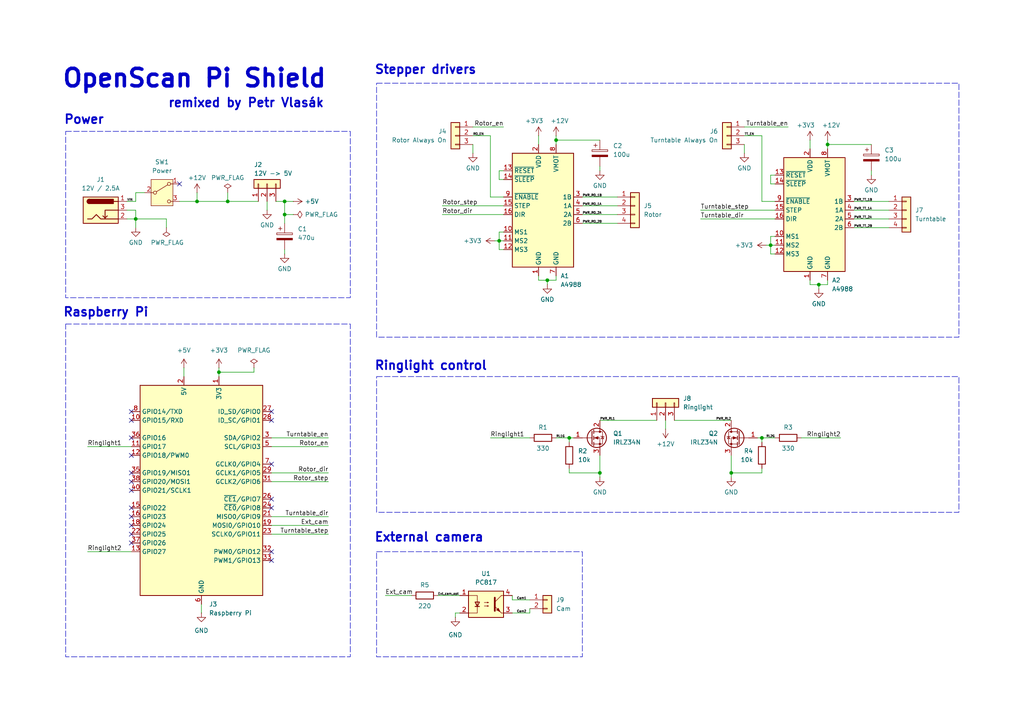
<source format=kicad_sch>
(kicad_sch (version 20231120) (generator "eeschema") (generator_version "8.0")
  (paper "A4")
  (title_block (title "OpenScan Pi Shield - remixed") (date "2024-11-23") (rev "1") (company "Petr Vlasák") (comment 1 "GPL-3.0 license"))
  (lib_symbols
    (symbol "Connector:Barrel_Jack_Switch" (pin_names hide)
      (property "Reference" "J" (at 0 5.334 0))
      (property "Value" "Barrel_Jack_Switch" (at 0 -5.08 0))
      (symbol "Barrel_Jack_Switch_0_1"
        (rectangle (start -5.08 3.81) (end 5.08 -3.81) (stroke (width 0.254)) (fill (type background)))
        (arc (start -3.302 3.175) (mid -3.9343 2.54) (end -3.302 1.905) (stroke (width 0.254)))
        (arc (start -3.302 3.175) (mid -3.9343 2.54) (end -3.302 1.905) (stroke (width 0.254)) (fill (type outline)))
        (polyline (pts (xy 1.27 -2.286) (xy 1.905 -1.651)) (stroke (width 0.254)))
        (polyline (pts (xy 5.08 2.54) (xy 3.81 2.54)) (stroke (width 0.254)))
        (polyline (pts (xy 5.08 0) (xy 1.27 0) (xy 1.27 -2.286) (xy 0.635 -1.651)) (stroke (width 0.254)))
        (polyline (pts (xy -3.81 -2.54) (xy -2.54 -2.54) (xy -1.27 -1.27) (xy 0 -2.54) (xy 2.54 -2.54) (xy 5.08 -2.54)) (stroke (width 0.254)))
        (rectangle (start 3.683 3.175) (end -3.302 1.905) (stroke (width 0.254)) (fill (type outline)))
      )
      (symbol "Barrel_Jack_Switch_1_1"
        (pin passive line (at 7.62 2.54 180) (length 2.54) (name "~") (number "1"))
        (pin passive line (at 7.62 -2.54 180) (length 2.54) (name "~") (number "2"))
        (pin passive line (at 7.62 0 180) (length 2.54) (name "~") (number "3"))
      )
    )
    (symbol "Connector:Raspberry_Pi_2_3"
      (property "Reference" "J" (at -17.78 31.75 0))
      (property "Value" "Raspberry_Pi_2_3" (at 10.16 -31.75 0))
      (symbol "Raspberry_Pi_2_3_0_1"
        (rectangle (start -17.78 30.48) (end 17.78 -30.48) (stroke (width 0.254)) (fill (type background)))
      )
      (symbol "Raspberry_Pi_2_3_1_1"
        (pin power_in line (at 5.08 33.02 270) (length 2.54) (name "3V3") (number "1"))
        (pin bidirectional line (at -20.32 20.32 0) (length 2.54) (name "GPIO15/RXD") (number "10"))
        (pin bidirectional line (at -20.32 12.7 0) (length 2.54) (name "GPIO17") (number "11"))
        (pin bidirectional line (at -20.32 10.16 0) (length 2.54) (name "GPIO18/PWM0") (number "12"))
        (pin bidirectional line (at -20.32 -17.78 0) (length 2.54) (name "GPIO27") (number "13"))
        (pin passive line (at 0 -33.02 90) (length 2.54) hide (name "GND") (number "14"))
        (pin bidirectional line (at -20.32 -5.08 0) (length 2.54) (name "GPIO22") (number "15"))
        (pin bidirectional line (at -20.32 -7.62 0) (length 2.54) (name "GPIO23") (number "16"))
        (pin passive line (at 5.08 33.02 270) (length 2.54) hide (name "3V3") (number "17"))
        (pin bidirectional line (at -20.32 -10.16 0) (length 2.54) (name "GPIO24") (number "18"))
        (pin bidirectional line (at 20.32 -10.16 180) (length 2.54) (name "MOSI0/GPIO10") (number "19"))
        (pin power_in line (at -5.08 33.02 270) (length 2.54) (name "5V") (number "2"))
        (pin passive line (at 0 -33.02 90) (length 2.54) hide (name "GND") (number "20"))
        (pin bidirectional line (at 20.32 -7.62 180) (length 2.54) (name "MISO0/GPIO9") (number "21"))
        (pin bidirectional line (at -20.32 -12.7 0) (length 2.54) (name "GPIO25") (number "22"))
        (pin bidirectional line (at 20.32 -12.7 180) (length 2.54) (name "SCLK0/GPIO11") (number "23"))
        (pin bidirectional line (at 20.32 -5.08 180) (length 2.54) (name "~{CE0}/GPIO8") (number "24"))
        (pin passive line (at 0 -33.02 90) (length 2.54) hide (name "GND") (number "25"))
        (pin bidirectional line (at 20.32 -2.54 180) (length 2.54) (name "~{CE1}/GPIO7") (number "26"))
        (pin bidirectional line (at 20.32 22.86 180) (length 2.54) (name "ID_SD/GPIO0") (number "27"))
        (pin bidirectional line (at 20.32 20.32 180) (length 2.54) (name "ID_SC/GPIO1") (number "28"))
        (pin bidirectional line (at 20.32 5.08 180) (length 2.54) (name "GCLK1/GPIO5") (number "29"))
        (pin bidirectional line (at 20.32 15.24 180) (length 2.54) (name "SDA/GPIO2") (number "3"))
        (pin passive line (at 0 -33.02 90) (length 2.54) hide (name "GND") (number "30"))
        (pin bidirectional line (at 20.32 2.54 180) (length 2.54) (name "GCLK2/GPIO6") (number "31"))
        (pin bidirectional line (at 20.32 -17.78 180) (length 2.54) (name "PWM0/GPIO12") (number "32"))
        (pin bidirectional line (at 20.32 -20.32 180) (length 2.54) (name "PWM1/GPIO13") (number "33"))
        (pin passive line (at 0 -33.02 90) (length 2.54) hide (name "GND") (number "34"))
        (pin bidirectional line (at -20.32 5.08 0) (length 2.54) (name "GPIO19/MISO1") (number "35"))
        (pin bidirectional line (at -20.32 15.24 0) (length 2.54) (name "GPIO16") (number "36"))
        (pin bidirectional line (at -20.32 -15.24 0) (length 2.54) (name "GPIO26") (number "37"))
        (pin bidirectional line (at -20.32 2.54 0) (length 2.54) (name "GPIO20/MOSI1") (number "38"))
        (pin passive line (at 0 -33.02 90) (length 2.54) hide (name "GND") (number "39"))
        (pin passive line (at -5.08 33.02 270) (length 2.54) hide (name "5V") (number "4"))
        (pin bidirectional line (at -20.32 0 0) (length 2.54) (name "GPIO21/SCLK1") (number "40"))
        (pin bidirectional line (at 20.32 12.7 180) (length 2.54) (name "SCL/GPIO3") (number "5"))
        (pin power_in line (at 0 -33.02 90) (length 2.54) (name "GND") (number "6"))
        (pin bidirectional line (at 20.32 7.62 180) (length 2.54) (name "GCLK0/GPIO4") (number "7"))
        (pin bidirectional line (at -20.32 22.86 0) (length 2.54) (name "GPIO14/TXD") (number "8"))
        (pin passive line (at 0 -33.02 90) (length 2.54) hide (name "GND") (number "9"))
      )
    )
    (symbol "Connector_Generic:Conn_01x02" (pin_names (offset 1.016) hide)
      (property "Reference" "J" (at 0 2.54 0))
      (property "Value" "Conn_01x02" (at 0 -5.08 0))
      (symbol "Conn_01x02_1_1"
        (rectangle (start -1.27 -2.413) (end 0 -2.667) (stroke (width 0.1524)))
        (rectangle (start -1.27 0.127) (end 0 -0.127) (stroke (width 0.1524)))
        (rectangle (start -1.27 1.27) (end 1.27 -3.81) (stroke (width 0.254)) (fill (type background)))
        (pin passive line (at -5.08 0 0) (length 3.81) (name "Pin_1") (number "1"))
        (pin passive line (at -5.08 -2.54 0) (length 3.81) (name "Pin_2") (number "2"))
      )
    )
    (symbol "Connector_Generic:Conn_01x03" (pin_names (offset 1.016) hide)
      (property "Reference" "J" (at 0 5.08 0))
      (property "Value" "Conn_01x03" (at 0 -5.08 0))
      (symbol "Conn_01x03_1_1"
        (rectangle (start -1.27 -2.413) (end 0 -2.667) (stroke (width 0.1524)))
        (rectangle (start -1.27 0.127) (end 0 -0.127) (stroke (width 0.1524)))
        (rectangle (start -1.27 2.667) (end 0 2.413) (stroke (width 0.1524)))
        (rectangle (start -1.27 3.81) (end 1.27 -3.81) (stroke (width 0.254)) (fill (type background)))
        (pin passive line (at -5.08 2.54 0) (length 3.81) (name "Pin_1") (number "1"))
        (pin passive line (at -5.08 0 0) (length 3.81) (name "Pin_2") (number "2"))
        (pin passive line (at -5.08 -2.54 0) (length 3.81) (name "Pin_3") (number "3"))
      )
    )
    (symbol "Connector_Generic:Conn_01x04" (pin_names (offset 1.016) hide)
      (property "Reference" "J" (at 0 5.08 0))
      (property "Value" "Conn_01x04" (at 0 -7.62 0))
      (symbol "Conn_01x04_1_1"
        (rectangle (start -1.27 -4.953) (end 0 -5.207) (stroke (width 0.1524)))
        (rectangle (start -1.27 -2.413) (end 0 -2.667) (stroke (width 0.1524)))
        (rectangle (start -1.27 0.127) (end 0 -0.127) (stroke (width 0.1524)))
        (rectangle (start -1.27 2.667) (end 0 2.413) (stroke (width 0.1524)))
        (rectangle (start -1.27 3.81) (end 1.27 -6.35) (stroke (width 0.254)) (fill (type background)))
        (pin passive line (at -5.08 2.54 0) (length 3.81) (name "Pin_1") (number "1"))
        (pin passive line (at -5.08 0 0) (length 3.81) (name "Pin_2") (number "2"))
        (pin passive line (at -5.08 -2.54 0) (length 3.81) (name "Pin_3") (number "3"))
        (pin passive line (at -5.08 -5.08 0) (length 3.81) (name "Pin_4") (number "4"))
      )
    )
    (symbol "Custom:A4988"
      (property "Reference" "A" (at -2.54 19.05 0))
      (property "Value" "A4988" (at -2.54 16.51 0))
      (symbol "A4988_0_1"
        (rectangle (start 10.16 -17.78) (end -7.62 15.24) (stroke (width 0.254)) (fill (type background)))
      )
      (symbol "A4988_1_1"
        (pin power_in line (at 0 -20.32 90) (length 2.54) (name "GND") (number "1"))
        (pin input line (at -10.16 -7.62 0) (length 2.54) (name "MS1") (number "10"))
        (pin input line (at -10.16 -10.16 0) (length 2.54) (name "MS2") (number "11"))
        (pin input line (at -10.16 -12.7 0) (length 2.54) (name "MS3") (number "12"))
        (pin output line (at -10.16 10.16 0) (length 2.54) (name "~{RESET}") (number "13"))
        (pin input line (at -10.16 7.62 0) (length 2.54) (name "~{SLEEP}") (number "14"))
        (pin input line (at -10.16 0 0) (length 2.54) (name "STEP") (number "15"))
        (pin input line (at -10.16 -2.54 0) (length 2.54) (name "DIR") (number "16"))
        (pin power_in line (at 0 17.78 270) (length 2.54) (name "VDD") (number "2"))
        (pin output line (at 12.7 2.54 180) (length 2.54) (name "1B") (number "3"))
        (pin output line (at 12.7 0 180) (length 2.54) (name "1A") (number "4"))
        (pin output line (at 12.7 -2.54 180) (length 2.54) (name "2A") (number "5"))
        (pin output line (at 12.7 -5.08 180) (length 2.54) (name "2B") (number "6"))
        (pin power_in line (at 5.08 -20.32 90) (length 2.54) (name "GND") (number "7"))
        (pin power_in line (at 5.08 17.78 270) (length 2.54) (name "VMOT") (number "8"))
        (pin input line (at -10.16 2.54 0) (length 2.54) (name "~{ENABLE}") (number "9"))
      )
    )
    (symbol "Device:C_Polarized" (pin_numbers hide) (pin_names (offset 0.254))
      (property "Reference" "C" (at 0.635 2.54 0))
      (property "Value" "C_Polarized" (at 0.635 -2.54 0))
      (symbol "C_Polarized_0_1"
        (rectangle (start -2.286 0.508) (end 2.286 1.016))
        (polyline (pts (xy -1.778 2.286) (xy -0.762 2.286)))
        (polyline (pts (xy -1.27 2.794) (xy -1.27 1.778)))
        (rectangle (start 2.286 -0.508) (end -2.286 -1.016) (fill (type outline)))
      )
      (symbol "C_Polarized_1_1"
        (pin passive line (at 0 3.81 270) (length 2.794) (name "~") (number "1"))
        (pin passive line (at 0 -3.81 90) (length 2.794) (name "~") (number "2"))
      )
    )
    (symbol "Device:R" (pin_numbers hide) (pin_names (offset 0))
      (property "Reference" "R" (at 2.032 0 90))
      (property "Value" "R" (at 0 0 90))
      (symbol "R_0_1"
        (rectangle (start -1.016 -2.54) (end 1.016 2.54) (stroke (width 0.254)))
      )
      (symbol "R_1_1"
        (pin passive line (at 0 3.81 270) (length 1.27) (name "~") (number "1"))
        (pin passive line (at 0 -3.81 90) (length 1.27) (name "~") (number "2"))
      )
    )
    (symbol "Isolator:PC817" (pin_names (offset 1.016))
      (property "Reference" "U" (at -5.08 5.08 0))
      (property "Value" "PC817" (at 0 5.08 0))
      (symbol "PC817_0_1"
        (rectangle (start -5.08 3.81) (end 5.08 -3.81) (stroke (width 0.254)) (fill (type background)))
        (polyline (pts (xy -3.175 -0.635) (xy -1.905 -0.635)) (stroke (width 0.254)))
        (polyline (pts (xy 2.54 0.635) (xy 4.445 2.54)))
        (polyline (pts (xy 4.445 -2.54) (xy 2.54 -0.635)) (fill (type outline)))
        (polyline (pts (xy 4.445 -2.54) (xy 5.08 -2.54)))
        (polyline (pts (xy 4.445 2.54) (xy 5.08 2.54)))
        (polyline (pts (xy -5.08 2.54) (xy -2.54 2.54) (xy -2.54 -0.635)))
        (polyline (pts (xy -2.54 -0.635) (xy -2.54 -2.54) (xy -5.08 -2.54)))
        (polyline (pts (xy 2.54 1.905) (xy 2.54 -1.905) (xy 2.54 -1.905)) (stroke (width 0.508)))
        (polyline (pts (xy -2.54 -0.635) (xy -3.175 0.635) (xy -1.905 0.635) (xy -2.54 -0.635)) (stroke (width 0.254)))
        (polyline (pts (xy -0.508 -0.508) (xy 0.762 -0.508) (xy 0.381 -0.635) (xy 0.381 -0.381) (xy 0.762 -0.508)))
        (polyline (pts (xy -0.508 0.508) (xy 0.762 0.508) (xy 0.381 0.381) (xy 0.381 0.635) (xy 0.762 0.508)))
        (polyline (pts (xy 3.048 -1.651) (xy 3.556 -1.143) (xy 4.064 -2.159) (xy 3.048 -1.651) (xy 3.048 -1.651)) (fill (type outline)))
      )
      (symbol "PC817_1_1"
        (pin passive line (at -7.62 2.54 0) (length 2.54) (name "~") (number "1"))
        (pin passive line (at -7.62 -2.54 0) (length 2.54) (name "~") (number "2"))
        (pin passive line (at 7.62 -2.54 180) (length 2.54) (name "~") (number "3"))
        (pin passive line (at 7.62 2.54 180) (length 2.54) (name "~") (number "4"))
      )
    )
    (symbol "Switch:SW_SPDT" (pin_names (offset 0) hide)
      (property "Reference" "SW" (at 0 5.08 0))
      (property "Value" "SW_SPDT" (at 0 -5.08 0))
      (symbol "SW_SPDT_0_1"
        (circle (center -2.032 0) (radius 0.4572))
        (polyline (pts (xy -1.651 0.254) (xy 1.651 2.286)))
        (circle (center 2.032 -2.54) (radius 0.4572))
        (circle (center 2.032 2.54) (radius 0.4572))
      )
      (symbol "SW_SPDT_1_1"
        (rectangle (start -3.175 3.81) (end 3.175 -3.81) (fill (type background)))
        (pin passive line (at 5.08 2.54 180) (length 2.54) (name "A") (number "1"))
        (pin passive line (at -5.08 0 0) (length 2.54) (name "B") (number "2"))
        (pin passive line (at 5.08 -2.54 180) (length 2.54) (name "C") (number "3"))
      )
    )
    (symbol "Transistor_FET:IRLZ34N" (pin_names hide)
      (property "Reference" "Q" (at 5.08 1.905 0))
      (property "Value" "IRLZ34N" (at 5.08 0 0))
      (symbol "IRLZ34N_0_1"
        (polyline (pts (xy 0.254 0) (xy -2.54 0)))
        (polyline (pts (xy 0.254 1.905) (xy 0.254 -1.905)) (stroke (width 0.254)))
        (polyline (pts (xy 0.762 -1.27) (xy 0.762 -2.286)) (stroke (width 0.254)))
        (polyline (pts (xy 0.762 0.508) (xy 0.762 -0.508)) (stroke (width 0.254)))
        (polyline (pts (xy 0.762 2.286) (xy 0.762 1.27)) (stroke (width 0.254)))
        (polyline (pts (xy 2.54 2.54) (xy 2.54 1.778)))
        (polyline (pts (xy 2.54 -2.54) (xy 2.54 0) (xy 0.762 0)))
        (polyline (pts (xy 0.762 -1.778) (xy 3.302 -1.778) (xy 3.302 1.778) (xy 0.762 1.778)))
        (polyline (pts (xy 1.016 0) (xy 2.032 0.381) (xy 2.032 -0.381) (xy 1.016 0)) (fill (type outline)))
        (polyline (pts (xy 2.794 0.508) (xy 2.921 0.381) (xy 3.683 0.381) (xy 3.81 0.254)))
        (polyline (pts (xy 3.302 0.381) (xy 2.921 -0.254) (xy 3.683 -0.254) (xy 3.302 0.381)))
        (circle (center 1.651 0) (radius 2.794) (stroke (width 0.254)))
        (circle (center 2.54 -1.778) (radius 0.254) (fill (type outline)))
        (circle (center 2.54 1.778) (radius 0.254) (fill (type outline)))
      )
      (symbol "IRLZ34N_1_1"
        (pin input line (at -5.08 0 0) (length 2.54) (name "G") (number "1"))
        (pin passive line (at 2.54 5.08 270) (length 2.54) (name "D") (number "2"))
        (pin passive line (at 2.54 -5.08 90) (length 2.54) (name "S") (number "3"))
      )
    )
    (symbol "power:+12V" (power) (pin_numbers hide) (pin_names (offset 0) hide)
      (property "Value" "+12V" (at 0 3.556 0))
      (symbol "+12V_0_1"
        (polyline (pts (xy -0.762 1.27) (xy 0 2.54)))
        (polyline (pts (xy 0 0) (xy 0 2.54)))
        (polyline (pts (xy 0 2.54) (xy 0.762 1.27)))
      )
      (symbol "+12V_1_1"
        (pin power_in line (at 0 0 90) (length 0) (name "~") (number "1"))
      )
    )
    (symbol "power:+3V3" (power) (pin_numbers hide) (pin_names (offset 0) hide)
      (property "Value" "+3V3" (at 0 3.556 0))
      (symbol "+3V3_0_1"
        (polyline (pts (xy -0.762 1.27) (xy 0 2.54)))
        (polyline (pts (xy 0 0) (xy 0 2.54)))
        (polyline (pts (xy 0 2.54) (xy 0.762 1.27)))
      )
      (symbol "+3V3_1_1"
        (pin power_in line (at 0 0 90) (length 0) (name "~") (number "1"))
      )
    )
    (symbol "power:+5V" (power) (pin_numbers hide) (pin_names (offset 0) hide)
      (property "Value" "+5V" (at 0 3.556 0))
      (symbol "+5V_0_1"
        (polyline (pts (xy -0.762 1.27) (xy 0 2.54)))
        (polyline (pts (xy 0 0) (xy 0 2.54)))
        (polyline (pts (xy 0 2.54) (xy 0.762 1.27)))
      )
      (symbol "+5V_1_1"
        (pin power_in line (at 0 0 90) (length 0) (name "~") (number "1"))
      )
    )
    (symbol "power:GND" (power) (pin_numbers hide) (pin_names (offset 0) hide)
      (property "Value" "GND" (at 0 -3.81 0))
      (symbol "GND_0_1"
        (polyline (pts (xy 0 0) (xy 0 -1.27) (xy 1.27 -1.27) (xy 0 -2.54) (xy -1.27 -1.27) (xy 0 -1.27)))
      )
      (symbol "GND_1_1"
        (pin power_in line (at 0 0 270) (length 0) (name "~") (number "1"))
      )
    )
    (symbol "power:PWR_FLAG" (power) (pin_numbers hide) (pin_names (offset 0) hide)
      (property "Value" "PWR_FLAG" (at 0 3.81 0))
      (symbol "PWR_FLAG_0_0"
        (pin power_out line (at 0 0 90) (length 0) (name "~") (number "1"))
      )
      (symbol "PWR_FLAG_0_1"
        (polyline (pts (xy 0 0) (xy 0 1.27) (xy -1.016 1.905) (xy 0 2.54) (xy 1.016 1.905) (xy 0 1.27)))
      )
    )
  )
  (junction (at 82.55 62.23))
  (junction (at 82.55 58.42))
  (junction (at 63.5 107.95))
  (junction (at 161.29 40.64))
  (junction (at 173.99 137.16))
  (junction (at 237.49 82.55))
  (junction (at 66.04 58.42))
  (junction (at 39.37 63.5))
  (junction (at 57.15 58.42))
  (junction (at 223.52 71.12))
  (junction (at 212.09 137.16))
  (junction (at 220.98 127))
  (junction (at 158.75 81.28))
  (junction (at 165.1 127))
  (junction (at 144.78 69.85))
  (junction (at 240.03 41.91))
  (no_connect (at 38.1 139.7))
  (no_connect (at 78.74 119.38))
  (no_connect (at 38.1 121.92))
  (no_connect (at 38.1 154.94))
  (no_connect (at 38.1 157.48))
  (no_connect (at 38.1 132.08))
  (no_connect (at 78.74 144.78))
  (no_connect (at 38.1 152.4))
  (no_connect (at 38.1 142.24))
  (no_connect (at 38.1 127))
  (no_connect (at 78.74 160.02))
  (no_connect (at 78.74 134.62))
  (no_connect (at 38.1 119.38))
  (no_connect (at 38.1 137.16))
  (no_connect (at 78.74 162.56))
  (no_connect (at 78.74 121.92))
  (no_connect (at 52.07 53.34))
  (no_connect (at 38.1 149.86))
  (no_connect (at 78.74 147.32))
  (no_connect (at 38.1 147.32))
  (wire (pts (xy 146.05 72.39) (xy 144.78 72.39)))
  (wire (pts (xy 161.29 127) (xy 165.1 127)))
  (wire (pts (xy 144.78 69.85) (xy 146.05 69.85)))
  (wire (pts (xy 78.74 129.54) (xy 95.25 129.54)))
  (wire (pts (xy 165.1 137.16) (xy 173.99 137.16)))
  (wire (pts (xy 78.74 139.7) (xy 95.25 139.7)))
  (wire (pts (xy 158.75 81.28) (xy 158.75 82.55)))
  (wire (pts (xy 66.04 58.42) (xy 57.15 58.42)))
  (wire (pts (xy 224.79 68.58) (xy 223.52 68.58)))
  (wire (pts (xy 137.16 36.83) (xy 146.05 36.83)))
  (wire (pts (xy 78.74 152.4) (xy 95.25 152.4)))
  (wire (pts (xy 66.04 55.88) (xy 66.04 58.42)))
  (wire (pts (xy 220.98 127) (xy 219.71 127)))
  (wire (pts (xy 148.59 172.72) (xy 148.59 173.99)))
  (wire (pts (xy 173.99 121.92) (xy 190.5 121.92)))
  (wire (pts (xy 63.5 107.95) (xy 63.5 109.22)))
  (wire (pts (xy 212.09 132.08) (xy 212.09 137.16)))
  (wire (pts (xy 144.78 49.53) (xy 144.78 52.07)))
  (wire (pts (xy 195.58 121.92) (xy 212.09 121.92)))
  (wire (pts (xy 234.95 82.55) (xy 237.49 82.55)))
  (wire (pts (xy 39.37 63.5) (xy 48.26 63.5)))
  (wire (pts (xy 66.04 58.42) (xy 74.93 58.42)))
  (wire (pts (xy 257.81 66.04) (xy 247.65 66.04)))
  (wire (pts (xy 148.59 173.99) (xy 153.67 173.99)))
  (wire (pts (xy 82.55 73.66) (xy 82.55 72.39)))
  (wire (pts (xy 161.29 40.64) (xy 161.29 41.91)))
  (wire (pts (xy 39.37 60.96) (xy 39.37 63.5)))
  (wire (pts (xy 39.37 58.42) (xy 36.83 58.42)))
  (wire (pts (xy 237.49 82.55) (xy 237.49 83.82)))
  (wire (pts (xy 111.76 172.72) (xy 119.38 172.72)))
  (wire (pts (xy 78.74 127) (xy 95.25 127)))
  (wire (pts (xy 173.99 40.64) (xy 161.29 40.64)))
  (wire (pts (xy 220.98 58.42) (xy 220.98 39.37)))
  (wire (pts (xy 252.73 50.8) (xy 252.73 49.53)))
  (wire (pts (xy 148.59 177.8) (xy 153.67 177.8)))
  (wire (pts (xy 220.98 39.37) (xy 215.9 39.37)))
  (wire (pts (xy 128.27 59.69) (xy 146.05 59.69)))
  (wire (pts (xy 224.79 58.42) (xy 220.98 58.42)))
  (wire (pts (xy 25.4 160.02) (xy 38.1 160.02)))
  (wire (pts (xy 146.05 49.53) (xy 144.78 49.53)))
  (wire (pts (xy 25.4 129.54) (xy 38.1 129.54)))
  (wire (pts (xy 156.21 81.28) (xy 158.75 81.28)))
  (wire (pts (xy 223.52 68.58) (xy 223.52 71.12)))
  (wire (pts (xy 78.74 137.16) (xy 95.25 137.16)))
  (wire (pts (xy 39.37 55.88) (xy 39.37 58.42)))
  (wire (pts (xy 58.42 177.8) (xy 58.42 175.26)))
  (wire (pts (xy 82.55 62.23) (xy 82.55 58.42)))
  (wire (pts (xy 128.27 62.23) (xy 146.05 62.23)))
  (wire (pts (xy 48.26 63.5) (xy 48.26 66.04)))
  (wire (pts (xy 240.03 40.64) (xy 240.03 41.91)))
  (wire (pts (xy 215.9 36.83) (xy 228.6 36.83)))
  (wire (pts (xy 144.78 52.07) (xy 146.05 52.07)))
  (wire (pts (xy 127 172.72) (xy 133.35 172.72)))
  (wire (pts (xy 165.1 127) (xy 165.1 128.27)))
  (wire (pts (xy 173.99 132.08) (xy 173.99 137.16)))
  (wire (pts (xy 240.03 82.55) (xy 240.03 81.28)))
  (wire (pts (xy 144.78 67.31) (xy 144.78 69.85)))
  (wire (pts (xy 57.15 55.88) (xy 57.15 58.42)))
  (wire (pts (xy 257.81 63.5) (xy 247.65 63.5)))
  (wire (pts (xy 63.5 106.68) (xy 63.5 107.95)))
  (wire (pts (xy 223.52 53.34) (xy 224.79 53.34)))
  (wire (pts (xy 223.52 50.8) (xy 223.52 53.34)))
  (wire (pts (xy 243.84 127) (xy 232.41 127)))
  (wire (pts (xy 215.9 44.45) (xy 215.9 41.91)))
  (wire (pts (xy 78.74 154.94) (xy 95.25 154.94)))
  (wire (pts (xy 234.95 40.64) (xy 234.95 43.18)))
  (wire (pts (xy 223.52 71.12) (xy 222.25 71.12)))
  (wire (pts (xy 240.03 41.91) (xy 240.03 43.18)))
  (wire (pts (xy 85.09 62.23) (xy 82.55 62.23)))
  (wire (pts (xy 203.2 60.96) (xy 224.79 60.96)))
  (wire (pts (xy 57.15 58.42) (xy 52.07 58.42)))
  (wire (pts (xy 39.37 66.04) (xy 39.37 63.5)))
  (wire (pts (xy 161.29 39.37) (xy 161.29 40.64)))
  (wire (pts (xy 82.55 58.42) (xy 80.01 58.42)))
  (wire (pts (xy 179.07 62.23) (xy 168.91 62.23)))
  (wire (pts (xy 223.52 71.12) (xy 224.79 71.12)))
  (wire (pts (xy 144.78 72.39) (xy 144.78 69.85)))
  (wire (pts (xy 153.67 177.8) (xy 153.67 176.53)))
  (wire (pts (xy 212.09 137.16) (xy 212.09 138.43)))
  (wire (pts (xy 73.66 106.68) (xy 73.66 107.95)))
  (wire (pts (xy 224.79 50.8) (xy 223.52 50.8)))
  (wire (pts (xy 41.91 55.88) (xy 39.37 55.88)))
  (wire (pts (xy 252.73 41.91) (xy 240.03 41.91)))
  (wire (pts (xy 156.21 39.37) (xy 156.21 41.91)))
  (wire (pts (xy 179.07 57.15) (xy 168.91 57.15)))
  (wire (pts (xy 39.37 63.5) (xy 36.83 63.5)))
  (wire (pts (xy 137.16 39.37) (xy 142.24 39.37)))
  (wire (pts (xy 220.98 135.89) (xy 220.98 137.16)))
  (wire (pts (xy 165.1 135.89) (xy 165.1 137.16)))
  (wire (pts (xy 82.55 62.23) (xy 82.55 64.77)))
  (wire (pts (xy 78.74 149.86) (xy 95.25 149.86)))
  (wire (pts (xy 142.24 57.15) (xy 142.24 39.37)))
  (wire (pts (xy 179.07 64.77) (xy 168.91 64.77)))
  (wire (pts (xy 146.05 57.15) (xy 142.24 57.15)))
  (wire (pts (xy 144.78 69.85) (xy 143.51 69.85)))
  (wire (pts (xy 193.04 124.46) (xy 193.04 121.92)))
  (wire (pts (xy 158.75 81.28) (xy 161.29 81.28)))
  (wire (pts (xy 73.66 107.95) (xy 63.5 107.95)))
  (wire (pts (xy 165.1 127) (xy 166.37 127)))
  (wire (pts (xy 137.16 41.91) (xy 137.16 44.45)))
  (wire (pts (xy 203.2 63.5) (xy 224.79 63.5)))
  (wire (pts (xy 77.47 58.42) (xy 77.47 60.96)))
  (wire (pts (xy 85.09 58.42) (xy 82.55 58.42)))
  (wire (pts (xy 220.98 127) (xy 220.98 128.27)))
  (wire (pts (xy 257.81 58.42) (xy 247.65 58.42)))
  (wire (pts (xy 257.81 60.96) (xy 247.65 60.96)))
  (wire (pts (xy 53.34 106.68) (xy 53.34 109.22)))
  (wire (pts (xy 224.79 127) (xy 220.98 127)))
  (wire (pts (xy 156.21 81.28) (xy 156.21 80.01)))
  (wire (pts (xy 142.24 127) (xy 153.67 127)))
  (wire (pts (xy 234.95 82.55) (xy 234.95 81.28)))
  (wire (pts (xy 161.29 81.28) (xy 161.29 80.01)))
  (wire (pts (xy 237.49 82.55) (xy 240.03 82.55)))
  (wire (pts (xy 36.83 60.96) (xy 39.37 60.96)))
  (wire (pts (xy 220.98 137.16) (xy 212.09 137.16)))
  (wire (pts (xy 132.08 177.8) (xy 132.08 179.07)))
  (wire (pts (xy 179.07 59.69) (xy 168.91 59.69)))
  (wire (pts (xy 173.99 137.16) (xy 173.99 138.43)))
  (wire (pts (xy 173.99 49.53) (xy 173.99 48.26)))
  (wire (pts (xy 223.52 73.66) (xy 223.52 71.12)))
  (wire (pts (xy 224.79 73.66) (xy 223.52 73.66)))
  (wire (pts (xy 146.05 67.31) (xy 144.78 67.31)))
  (wire (pts (xy 132.08 177.8) (xy 133.35 177.8)))
  (rectangle (start 19.05 38.1) (end 101.6 86.36) (stroke (width 0) (type dash)))
  (rectangle (start 109.22 24.13) (end 278.13 97.79) (stroke (width 0) (type dash)))
  (rectangle (start 19.05 93.98) (end 101.6 190.5) (stroke (width 0) (type dash)))
  (rectangle (start 109.22 160.02) (end 168.91 190.5) (stroke (width 0) (type dash)))
  (rectangle (start 109.22 109.22) (end 278.13 148.59) (stroke (width 0) (type dash)))
  (text "External camera" (at 124.46 155.956 0) (effects (font (size 2.54 2.54) (thickness 0.508) (bold yes))))
  (text "Power" (at 24.384 34.798 0) (effects (font (size 2.54 2.54) (thickness 0.508) (bold yes))))
  (text "remixed by Petr Vlasák" (at 71.374 29.972 0) (effects (font (size 2.54 2.54) (thickness 0.508) (bold yes))))
  (text "Ringlight control" (at 124.968 106.172 0) (effects (font (size 2.54 2.54) (thickness 0.508) (bold yes))))
  (text "OpenScan Pi Shield" (at 56.388 22.86 0) (effects (font (size 5.08 5.08) (thickness 1.016) (bold yes))))
  (text "Raspberry Pi" (at 30.734 90.678 0) (effects (font (size 2.54 2.54) (thickness 0.508) (bold yes))))
  (text "Stepper drivers" (at 123.444 20.32 0) (effects (font (size 2.54 2.54) (thickness 0.508) (bold yes))))
  (label "Cam2" (at 149.86 177.8 0) (effects (font (size 0.635 0.635))))
  (label "Cam1" (at 149.86 173.99 0) (effects (font (size 0.635 0.635))))
  (label "Rotor_dir" (at 95.25 137.16 180))
  (label "RO_EN" (at 137.16 39.37 0) (effects (font (size 0.635 0.635))))
  (label "Turntable_en" (at 95.25 127 180))
  (label "PWR_TT_1A" (at 247.65 60.96 0) (effects (font (size 0.635 0.635))))
  (label "Rotor_en" (at 146.05 36.83 180))
  (label "RL2G" (at 224.79 127 180) (effects (font (size 0.635 0.635))))
  (label "Turntable_dir" (at 95.25 149.86 180))
  (label "Ext_cam" (at 111.76 172.72 0))
  (label "PWR_RO_1A" (at 168.91 59.69 0) (effects (font (size 0.635 0.635))))
  (label "VIN" (at 36.83 58.42 0) (effects (font (size 0.635 0.635))))
  (label "PWR_RO_2B" (at 168.91 64.77 0) (effects (font (size 0.635 0.635))))
  (label "Rotor_en" (at 95.25 129.54 180))
  (label "Turntable_step" (at 203.2 60.96 0))
  (label "Rotor_step" (at 95.25 139.7 180))
  (label "PWR_RL1" (at 173.99 121.92 0) (effects (font (size 0.635 0.635))))
  (label "Turntable_step" (at 95.25 154.94 180))
  (label "Ringlight2" (at 25.4 160.02 0))
  (label "PWR_TT_2A" (at 247.65 63.5 0) (effects (font (size 0.635 0.635))))
  (label "Ringlight2" (at 243.84 127 180))
  (label "Ringlight1" (at 142.24 127 0))
  (label "Rotor_step" (at 128.27 59.69 0))
  (label "PWR_TT_2B" (at 247.65 66.04 0) (effects (font (size 0.635 0.635))))
  (label "Ext_cam" (at 95.25 152.4 180))
  (label "TT_EN" (at 215.9 39.37 0) (effects (font (size 0.635 0.635))))
  (label "RL1G" (at 161.29 127 0) (effects (font (size 0.635 0.635))))
  (label "Rotor_dir" (at 128.27 62.23 0))
  (label "PWR_RO_1B" (at 168.91 57.15 0) (effects (font (size 0.635 0.635))))
  (label "Turntable_en" (at 228.6 36.83 180))
  (label "Ringlight1" (at 25.4 129.54 0))
  (label "Turntable_dir" (at 203.2 63.5 0))
  (label "PWR_TT_1B" (at 247.65 58.42 0) (effects (font (size 0.635 0.635))))
  (label "Ext_cam_opt" (at 127 172.72 0) (effects (font (size 0.635 0.635))))
  (label "PWR_RO_2A" (at 168.91 62.23 0) (effects (font (size 0.635 0.635))))
  (label "PWR_RL2" (at 212.09 121.92 180) (effects (font (size 0.635 0.635))))
  (symbol (lib_id "power:+12V") (at 240.03 40.64 0) (unit 1)
    (property "Reference" "#PWR021" (effects (hide yes)))
    (property "Value" "+12V" (at 241.046 36.322 0))
    (property "Description" "Power symbol creates a global label with name \"+12V\"" (effects (hide yes)))
  )
  (symbol (lib_id "Device:R") (at 165.1 132.08 180) (unit 1)
    (property "Reference" "R2" (at 167.64 130.8099 0) (effects (justify right)))
    (property "Value" "10k" (at 167.64 133.3499 0) (effects (justify right)))
    (property "Footprint" "Resistor_THT:R_Axial_DIN0207_L6.3mm_D2.5mm_P10.16mm_Horizontal" (effects (hide yes)))
    (property "Description" "Resistor" (effects (hide yes)))
  )
  (symbol (lib_id "Connector:Raspberry_Pi_2_3") (at 58.42 142.24 0) (unit 1)
    (property "Reference" "J3" (at 60.6141 175.26 0) (effects (justify left)))
    (property "Value" "Raspberry Pi" (at 60.6141 177.8 0) (effects (justify left)))
    (property "Footprint" "Connector_PinSocket_2.54mm:PinSocket_2x20_P2.54mm_Vertical" (effects (hide yes)))
    (property "Datasheet" "https://www.raspberrypi.org/documentation/hardware/raspberrypi/schematics/rpi_SCH_3bplus_1p0_reduced.pdf" (effects (hide yes)))
    (property "Description" "expansion header for Raspberry Pi 2 & 3" (effects (hide yes)))
  )
  (symbol (lib_id "Connector_Generic:Conn_01x03") (at 210.82 39.37 0) (mirror y) (unit 1)
    (property "Reference" "J6" (at 208.28 38.0999 0) (effects (justify left)))
    (property "Value" "Turntable Always On" (at 208.28 40.6399 0) (effects (justify left)))
    (property "Footprint" "Connector_PinHeader_2.54mm:PinHeader_1x03_P2.54mm_Vertical" (effects (hide yes)))
    (property "Description" "Generic connector, single row, 01x03, script generated (kicad-library-utils/schlib/autogen/connector/)" (effects (hide yes)))
  )
  (symbol (lib_id "Device:C_Polarized") (at 252.73 45.72 0) (unit 1)
    (property "Reference" "C3" (at 256.54 43.5609 0) (effects (justify left)))
    (property "Value" "100u" (at 256.54 46.1009 0) (effects (justify left)))
    (property "Footprint" "Capacitor_THT:CP_Radial_D6.3mm_P2.50mm" (effects (hide yes)))
    (property "Description" "Polarized capacitor" (effects (hide yes)))
  )
  (symbol (lib_id "power:GND") (at 237.49 83.82 0) (unit 1)
    (property "Reference" "#PWR020" (effects (hide yes)))
    (property "Value" "GND" (at 237.49 88.138 0))
    (property "Description" "Power symbol creates a global label with name \"GND\" , ground" (effects (hide yes)))
  )
  (symbol (lib_id "power:+3V3") (at 222.25 71.12 90) (unit 1)
    (property "Reference" "#PWR019" (effects (hide yes)))
    (property "Value" "+3V3" (at 218.44 71.1199 90) (effects (justify left)))
    (property "Description" "Power symbol creates a global label with name \"+3V3\"" (effects (hide yes)))
  )
  (symbol (lib_id "Custom:A4988") (at 156.21 59.69 0) (unit 1)
    (property "Reference" "A1" (at 162.56 80.01 0) (effects (justify left)))
    (property "Value" "A4988" (at 162.56 82.55 0) (effects (justify left)))
    (property "Footprint" "Custom:A4988" (effects (hide yes)))
    (property "Datasheet" "https://www.pololu.com/product/2980/pictures" (effects (hide yes)))
    (property "Description" "Pololu Breakout Board, Stepper Driver A4988" (effects (hide yes)))
  )
  (symbol (lib_id "power:GND") (at 215.9 44.45 0) (unit 1)
    (property "Reference" "#PWR023" (effects (hide yes)))
    (property "Value" "GND" (at 215.9 48.768 0))
    (property "Description" "Power symbol creates a global label with name \"GND\" , ground" (effects (hide yes)))
  )
  (symbol (lib_id "power:GND") (at 173.99 49.53 0) (unit 1)
    (property "Reference" "#PWR017" (effects (hide yes)))
    (property "Value" "GND" (at 173.99 53.848 0))
    (property "Description" "Power symbol creates a global label with name \"GND\" , ground" (effects (hide yes)))
  )
  (symbol (lib_id "power:+3V3") (at 143.51 69.85 90) (unit 1)
    (property "Reference" "#PWR012" (effects (hide yes)))
    (property "Value" "+3V3" (at 139.7 69.8499 90) (effects (justify left)))
    (property "Description" "Power symbol creates a global label with name \"+3V3\"" (effects (hide yes)))
  )
  (symbol (lib_id "power:GND") (at 137.16 44.45 0) (unit 1)
    (property "Reference" "#PWR018" (effects (hide yes)))
    (property "Value" "GND" (at 137.16 48.768 0))
    (property "Description" "Power symbol creates a global label with name \"GND\" , ground" (effects (hide yes)))
  )
  (symbol (lib_id "power:GND") (at 158.75 82.55 0) (unit 1)
    (property "Reference" "#PWR011" (effects (hide yes)))
    (property "Value" "GND" (at 158.75 86.868 0))
    (property "Description" "Power symbol creates a global label with name \"GND\" , ground" (effects (hide yes)))
  )
  (symbol (lib_id "power:+3V3") (at 63.5 106.68 0) (unit 1)
    (property "Reference" "#PWR04" (effects (hide yes)))
    (property "Value" "+3V3" (at 63.5 101.6 0))
    (property "Description" "Power symbol creates a global label with name \"+3V3\"" (effects (hide yes)))
  )
  (symbol (lib_id "Device:R") (at 157.48 127 90) (unit 1)
    (property "Reference" "R1" (at 157.48 123.952 90))
    (property "Value" "330" (at 157.48 130.048 90))
    (property "Footprint" "Resistor_THT:R_Axial_DIN0207_L6.3mm_D2.5mm_P10.16mm_Horizontal" (effects (hide yes)))
    (property "Description" "Resistor" (effects (hide yes)))
  )
  (symbol (lib_id "Switch:SW_SPDT") (at 46.99 55.88 0) (unit 1)
    (property "Reference" "SW1" (at 46.99 46.99 0))
    (property "Value" "Power" (at 46.99 49.53 0))
    (property "Footprint" "Custom:SW_SPDT_CANAL_ELECTRONIC_SL19-121" (effects (hide yes)))
    (property "Description" "Switch, single pole double throw" (effects (hide yes)))
  )
  (symbol (lib_id "Device:R") (at 123.19 172.72 90) (unit 1)
    (property "Reference" "R5" (at 123.19 169.672 90))
    (property "Value" "220" (at 123.19 175.768 90))
    (property "Footprint" "Resistor_THT:R_Axial_DIN0207_L6.3mm_D2.5mm_P10.16mm_Horizontal" (effects (hide yes)))
    (property "Description" "Resistor" (effects (hide yes)))
  )
  (symbol (lib_id "power:PWR_FLAG") (at 48.26 66.04 180) (unit 1)
    (property "Reference" "#FLG03" (effects (hide yes)))
    (property "Value" "PWR_FLAG" (at 48.514 70.358 0))
    (property "Description" "Special symbol for telling ERC where power comes from" (effects (hide yes)))
  )
  (symbol (lib_id "power:+12V") (at 57.15 55.88 0) (unit 1)
    (property "Reference" "#PWR03" (effects (hide yes)))
    (property "Value" "+12V" (at 57.15 51.562 0))
    (property "Description" "Power symbol creates a global label with name \"+12V\"" (effects (hide yes)))
  )
  (symbol (lib_id "power:+3V3") (at 156.21 39.37 0) (unit 1)
    (property "Reference" "#PWR07" (effects (hide yes)))
    (property "Value" "+3V3" (at 154.94 35.052 0))
    (property "Description" "Power symbol creates a global label with name \"+3V3\"" (effects (hide yes)))
  )
  (symbol (lib_id "Connector_Generic:Conn_01x03") (at 77.47 53.34 90) (unit 1)
    (property "Reference" "J2" (at 73.66 47.752 90) (effects (justify right)))
    (property "Value" "12V -> 5V" (at 73.66 50.292 90) (effects (justify right)))
    (property "Footprint" "Connector_PinHeader_2.54mm:PinHeader_1x03_P2.54mm_Vertical" (effects (hide yes)))
    (property "Description" "Generic connector, single row, 01x03, script generated (kicad-library-utils/schlib/autogen/connector/)" (effects (hide yes)))
  )
  (symbol (lib_id "power:+12V") (at 161.29 39.37 0) (unit 1)
    (property "Reference" "#PWR08" (effects (hide yes)))
    (property "Value" "+12V" (at 162.306 35.052 0))
    (property "Description" "Power symbol creates a global label with name \"+12V\"" (effects (hide yes)))
  )
  (symbol (lib_id "power:GND") (at 132.08 179.07 0) (unit 1)
    (property "Reference" "#PWR013" (effects (hide yes)))
    (property "Value" "GND" (at 132.08 184.15 0))
    (property "Description" "Power symbol creates a global label with name \"GND\" , ground" (effects (hide yes)))
  )
  (symbol (lib_id "Custom:A4988") (at 234.95 60.96 0) (unit 1)
    (property "Reference" "A2" (at 241.3 81.28 0) (effects (justify left)))
    (property "Value" "A4988" (at 241.3 83.82 0) (effects (justify left)))
    (property "Footprint" "Custom:A4988" (effects (hide yes)))
    (property "Datasheet" "https://www.pololu.com/product/2980/pictures" (effects (hide yes)))
    (property "Description" "Pololu Breakout Board, Stepper Driver A4988" (effects (hide yes)))
  )
  (symbol (lib_id "power:PWR_FLAG") (at 73.66 106.68 0) (unit 1)
    (property "Reference" "#FLG04" (effects (hide yes)))
    (property "Value" "PWR_FLAG" (at 73.66 101.6 0))
    (property "Description" "Special symbol for telling ERC where power comes from" (effects (hide yes)))
  )
  (symbol (lib_id "power:GND") (at 77.47 60.96 0) (unit 1)
    (property "Reference" "#PWR024" (effects (hide yes)))
    (property "Value" "GND" (at 77.47 65.278 0))
    (property "Description" "Power symbol creates a global label with name \"GND\" , ground" (effects (hide yes)))
  )
  (symbol (lib_id "power:+12V") (at 193.04 124.46 180) (unit 1)
    (property "Reference" "#PWR015" (effects (hide yes)))
    (property "Value" "+12V" (at 193.04 128.778 0))
    (property "Description" "Power symbol creates a global label with name \"+12V\"" (effects (hide yes)))
  )
  (symbol (lib_id "Device:R") (at 228.6 127 270) (mirror x) (unit 1)
    (property "Reference" "R3" (at 228.6 123.952 90))
    (property "Value" "330" (at 228.6 130.048 90))
    (property "Footprint" "Resistor_THT:R_Axial_DIN0207_L6.3mm_D2.5mm_P10.16mm_Horizontal" (effects (hide yes)))
    (property "Description" "Resistor" (effects (hide yes)))
  )
  (symbol (lib_id "Connector:Barrel_Jack_Switch") (at 29.21 60.96 0) (unit 1)
    (property "Reference" "J1" (at 29.21 52.07 0))
    (property "Value" "12V / 2.5A" (at 29.21 54.61 0))
    (property "Footprint" "Connector_BarrelJack:BarrelJack_GCT_DCJ200-10-A_Horizontal" (effects (hide yes)))
    (property "Description" "DC Barrel Jack with an internal switch" (effects (hide yes)))
  )
  (symbol (lib_id "Device:R") (at 220.98 132.08 0) (mirror x) (unit 1)
    (property "Reference" "R4" (at 218.44 130.8099 0) (effects (justify right)))
    (property "Value" "10k" (at 218.44 133.3499 0) (effects (justify right)))
    (property "Footprint" "Resistor_THT:R_Axial_DIN0207_L6.3mm_D2.5mm_P10.16mm_Horizontal" (effects (hide yes)))
    (property "Description" "Resistor" (effects (hide yes)))
  )
  (symbol (lib_id "Connector_Generic:Conn_01x02") (at 158.75 173.99 0) (unit 1)
    (property "Reference" "J9" (at 161.29 173.9899 0) (effects (justify left)))
    (property "Value" "Cam" (at 161.29 176.5299 0) (effects (justify left)))
    (property "Footprint" "Connector_PinSocket_2.54mm:PinSocket_1x02_P2.54mm_Vertical" (effects (hide yes)))
    (property "Description" "Generic connector, single row, 01x02, script generated (kicad-library-utils/schlib/autogen/connector/)" (effects (hide yes)))
  )
  (symbol (lib_id "power:PWR_FLAG") (at 85.09 62.23 270) (unit 1)
    (property "Reference" "#FLG02" (effects (hide yes)))
    (property "Value" "PWR_FLAG" (at 88.392 62.23 90) (effects (justify left)))
    (property "Description" "Special symbol for telling ERC where power comes from" (effects (hide yes)))
  )
  (symbol (lib_id "power:GND") (at 82.55 73.66 0) (unit 1)
    (property "Reference" "#PWR09" (effects (hide yes)))
    (property "Value" "GND" (at 82.55 77.978 0))
    (property "Description" "Power symbol creates a global label with name \"GND\" , ground" (effects (hide yes)))
  )
  (symbol (lib_id "power:GND") (at 212.09 138.43 0) (mirror y) (unit 1)
    (property "Reference" "#PWR016" (effects (hide yes)))
    (property "Value" "GND" (at 212.09 142.748 0))
    (property "Description" "Power symbol creates a global label with name \"GND\" , ground" (effects (hide yes)))
  )
  (symbol (lib_id "power:+3V3") (at 234.95 40.64 0) (unit 1)
    (property "Reference" "#PWR010" (effects (hide yes)))
    (property "Value" "+3V3" (at 233.68 36.322 0))
    (property "Description" "Power symbol creates a global label with name \"+3V3\"" (effects (hide yes)))
  )
  (symbol (lib_id "Connector_Generic:Conn_01x03") (at 132.08 39.37 0) (mirror y) (unit 1)
    (property "Reference" "J4" (at 129.54 38.0999 0) (effects (justify left)))
    (property "Value" "Rotor Always On" (at 129.54 40.6399 0) (effects (justify left)))
    (property "Footprint" "Connector_PinHeader_2.54mm:PinHeader_1x03_P2.54mm_Vertical" (effects (hide yes)))
    (property "Description" "Generic connector, single row, 01x03, script generated (kicad-library-utils/schlib/autogen/connector/)" (effects (hide yes)))
  )
  (symbol (lib_id "Connector_Generic:Conn_01x03") (at 193.04 116.84 90) (unit 1)
    (property "Reference" "J8" (at 198.12 115.5699 90) (effects (justify right)))
    (property "Value" "Ringlight" (at 198.12 118.1099 90) (effects (justify right)))
    (property "Footprint" "Connector_JST:JST_XH_B3B-XH-A_1x03_P2.50mm_Vertical" (effects (hide yes)))
    (property "Description" "Generic connector, single row, 01x03, script generated (kicad-library-utils/schlib/autogen/connector/)" (effects (hide yes)))
  )
  (symbol (lib_id "Isolator:PC817") (at 140.97 175.26 0) (unit 1)
    (property "Reference" "U1" (at 140.97 166.37 0))
    (property "Value" "PC817" (at 140.97 168.91 0))
    (property "Footprint" "Package_DIP:DIP-4_W7.62mm" (effects (hide yes)))
    (property "Datasheet" "http://www.soselectronic.cz/a_info/resource/d/pc817.pdf" (effects (hide yes)))
    (property "Description" "DC Optocoupler, Vce 35V, CTR 50-300%, DIP-4" (effects (hide yes)))
  )
  (symbol (lib_id "power:GND") (at 39.37 66.04 0) (unit 1)
    (property "Reference" "#PWR05" (effects (hide yes)))
    (property "Value" "GND" (at 39.37 70.358 0))
    (property "Description" "Power symbol creates a global label with name \"GND\" , ground" (effects (hide yes)))
  )
  (symbol (lib_id "Transistor_FET:IRLZ34N") (at 214.63 127 0) (mirror y) (unit 1)
    (property "Reference" "Q2" (at 208.28 125.7299 0) (effects (justify left)))
    (property "Value" "IRLZ34N" (at 208.28 128.2699 0) (effects (justify left)))
    (property "Footprint" "Package_TO_SOT_THT:TO-220-3_Horizontal_TabDown" (effects (hide yes)))
    (property "Datasheet" "http://www.infineon.com/dgdl/irlz34npbf.pdf?fileId=5546d462533600a40153567206892720" (effects (hide yes)))
    (property "Description" "30A Id, 55V Vds, 35mOhm Rds, N-Channel HEXFET Power MOSFET, TO-220AB" (effects (hide yes)))
  )
  (symbol (lib_id "power:+5V") (at 53.34 106.68 0) (unit 1)
    (property "Reference" "#PWR02" (effects (hide yes)))
    (property "Value" "+5V" (at 53.34 101.6 0))
    (property "Description" "Power symbol creates a global label with name \"+5V\"" (effects (hide yes)))
  )
  (symbol (lib_id "Connector_Generic:Conn_01x04") (at 262.89 60.96 0) (unit 1)
    (property "Reference" "J7" (at 265.43 60.9599 0) (effects (justify left)))
    (property "Value" "Turntable" (at 265.43 63.4999 0) (effects (justify left)))
    (property "Footprint" "Connector_PinHeader_2.54mm:PinHeader_1x04_P2.54mm_Vertical" (effects (hide yes)))
    (property "Description" "Generic connector, single row, 01x04, script generated (kicad-library-utils/schlib/autogen/connector/)" (effects (hide yes)))
  )
  (symbol (lib_id "power:GND") (at 173.99 138.43 0) (unit 1)
    (property "Reference" "#PWR014" (effects (hide yes)))
    (property "Value" "GND" (at 173.99 142.748 0))
    (property "Description" "Power symbol creates a global label with name \"GND\" , ground" (effects (hide yes)))
  )
  (symbol (lib_id "power:+5V") (at 85.09 58.42 270) (unit 1)
    (property "Reference" "#PWR06" (effects (hide yes)))
    (property "Value" "+5V" (at 88.392 58.42 90) (effects (justify left)))
    (property "Description" "Power symbol creates a global label with name \"+5V\"" (effects (hide yes)))
  )
  (symbol (lib_id "Connector_Generic:Conn_01x04") (at 184.15 59.69 0) (unit 1)
    (property "Reference" "J5" (at 186.69 59.6899 0) (effects (justify left)))
    (property "Value" "Rotor" (at 186.69 62.2299 0) (effects (justify left)))
    (property "Footprint" "Connector_PinHeader_2.54mm:PinHeader_1x04_P2.54mm_Vertical" (effects (hide yes)))
    (property "Description" "Generic connector, single row, 01x04, script generated (kicad-library-utils/schlib/autogen/connector/)" (effects (hide yes)))
  )
  (symbol (lib_id "Device:C_Polarized") (at 173.99 44.45 0) (unit 1)
    (property "Reference" "C2" (at 177.8 42.2909 0) (effects (justify left)))
    (property "Value" "100u" (at 177.8 44.8309 0) (effects (justify left)))
    (property "Footprint" "Capacitor_THT:CP_Radial_D6.3mm_P2.50mm" (effects (hide yes)))
    (property "Description" "Polarized capacitor" (effects (hide yes)))
  )
  (symbol (lib_id "power:PWR_FLAG") (at 66.04 55.88 0) (unit 1)
    (property "Reference" "#FLG01" (effects (hide yes)))
    (property "Value" "PWR_FLAG" (at 66.04 51.562 0))
    (property "Description" "Special symbol for telling ERC where power comes from" (effects (hide yes)))
  )
  (symbol (lib_id "power:GND") (at 58.42 177.8 0) (unit 1)
    (property "Reference" "#PWR01" (effects (hide yes)))
    (property "Value" "GND" (at 58.42 182.88 0))
    (property "Description" "Power symbol creates a global label with name \"GND\" , ground" (effects (hide yes)))
  )
  (symbol (lib_id "Transistor_FET:IRLZ34N") (at 171.45 127 0) (unit 1)
    (property "Reference" "Q1" (at 177.8 125.7299 0) (effects (justify left)))
    (property "Value" "IRLZ34N" (at 177.8 128.2699 0) (effects (justify left)))
    (property "Footprint" "Package_TO_SOT_THT:TO-220-3_Horizontal_TabDown" (effects (hide yes)))
    (property "Datasheet" "http://www.infineon.com/dgdl/irlz34npbf.pdf?fileId=5546d462533600a40153567206892720" (effects (hide yes)))
    (property "Description" "30A Id, 55V Vds, 35mOhm Rds, N-Channel HEXFET Power MOSFET, TO-220AB" (effects (hide yes)))
  )
  (symbol (lib_id "power:GND") (at 252.73 50.8 0) (unit 1)
    (property "Reference" "#PWR022" (effects (hide yes)))
    (property "Value" "GND" (at 252.73 55.118 0))
    (property "Description" "Power symbol creates a global label with name \"GND\" , ground" (effects (hide yes)))
  )
  (symbol (lib_id "Device:C_Polarized") (at 82.55 68.58 0) (unit 1)
    (property "Reference" "C1" (at 86.36 66.4209 0) (effects (justify left)))
    (property "Value" "470u" (at 86.36 68.9609 0) (effects (justify left)))
    (property "Footprint" "Capacitor_THT:CP_Radial_D6.3mm_P2.50mm" (effects (hide yes)))
    (property "Description" "Polarized capacitor" (effects (hide yes)))
  )
)
</source>
